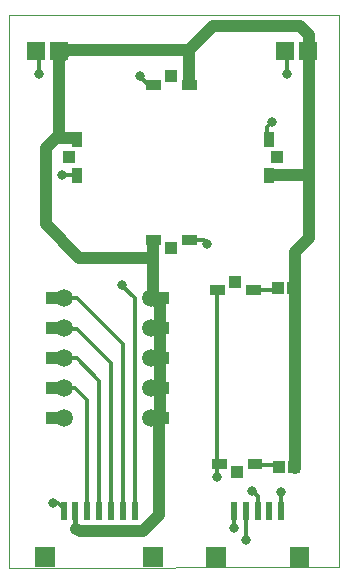
<source format=gtl>
G75*
%MOIN*%
%OFA0B0*%
%FSLAX25Y25*%
%IPPOS*%
%LPD*%
%AMOC8*
5,1,8,0,0,1.08239X$1,22.5*
%
%ADD10C,0.00394*%
%ADD11R,0.03937X0.03937*%
%ADD12R,0.03543X0.03543*%
%ADD13R,0.04331X0.04331*%
%ADD14R,0.05906X0.05906*%
%ADD15R,0.05906X0.04331*%
%ADD16R,0.02362X0.06102*%
%ADD17R,0.04724X0.07087*%
%ADD18C,0.05906*%
%ADD19C,0.01378*%
%ADD20C,0.03175*%
%ADD21C,0.01575*%
%ADD22C,0.04000*%
D10*
X0004414Y0002067D02*
X0114478Y0002130D01*
X0114478Y0186381D01*
X0004414Y0186319D01*
X0004414Y0002067D01*
D11*
X0080504Y0033948D03*
X0079887Y0097179D03*
X0058600Y0108492D03*
X0024297Y0138787D03*
X0058562Y0165772D03*
X0093775Y0138830D03*
D12*
X0091044Y0143951D03*
X0091044Y0145593D03*
X0091044Y0133720D03*
X0091044Y0132078D03*
X0065363Y0111223D03*
X0063721Y0111223D03*
X0053490Y0111223D03*
X0051848Y0111223D03*
X0073124Y0094448D03*
X0074766Y0094448D03*
X0084997Y0094448D03*
X0086639Y0094448D03*
X0087266Y0036679D03*
X0085624Y0036679D03*
X0075393Y0036679D03*
X0073752Y0036679D03*
X0027028Y0132025D03*
X0027028Y0133667D03*
X0027028Y0143898D03*
X0027028Y0145539D03*
X0051800Y0163041D03*
X0053442Y0163041D03*
X0063672Y0163041D03*
X0065314Y0163041D03*
D13*
X0094042Y0095265D03*
X0098964Y0095265D03*
X0099512Y0035425D03*
X0094589Y0035425D03*
D14*
X0096488Y0174100D03*
X0104132Y0174100D03*
X0021079Y0174100D03*
X0013514Y0174100D03*
D15*
X0019770Y0091836D03*
X0019770Y0081836D03*
X0019770Y0071836D03*
X0019770Y0061836D03*
X0019770Y0051836D03*
X0054809Y0051836D03*
X0054809Y0061836D03*
X0054809Y0071836D03*
X0054809Y0081836D03*
X0054809Y0091836D03*
D16*
X0046290Y0020882D03*
X0042353Y0020882D03*
X0038416Y0020882D03*
X0034479Y0020882D03*
X0030542Y0020882D03*
X0026605Y0020882D03*
X0022668Y0020882D03*
X0079445Y0020882D03*
X0083382Y0020882D03*
X0087319Y0020882D03*
X0091256Y0020882D03*
X0095193Y0020882D03*
D17*
X0100311Y0005626D03*
X0100311Y0005626D03*
X0102280Y0005626D03*
X0074327Y0005626D03*
X0072359Y0005626D03*
X0053376Y0005626D03*
X0051408Y0005626D03*
X0017550Y0005626D03*
X0015581Y0005626D03*
D18*
X0022720Y0051836D03*
X0022720Y0061873D03*
X0022720Y0071843D03*
X0022720Y0081834D03*
X0022720Y0091840D03*
X0051952Y0091832D03*
X0051952Y0081827D03*
X0051952Y0071836D03*
X0051952Y0061866D03*
X0051952Y0051829D03*
D19*
X0038520Y0070300D02*
X0027086Y0081734D01*
X0022157Y0081734D01*
X0022256Y0071874D02*
X0026987Y0071874D01*
X0034479Y0064383D01*
X0034479Y0022379D01*
X0038520Y0022477D02*
X0038520Y0070300D01*
X0042387Y0076487D02*
X0027009Y0091865D01*
X0022040Y0091865D01*
X0042269Y0096006D02*
X0046409Y0091866D01*
X0046409Y0022417D01*
X0042387Y0022417D02*
X0042387Y0076487D01*
X0026593Y0061817D02*
X0030536Y0057874D01*
X0030536Y0022083D01*
X0022074Y0022394D02*
X0020842Y0023626D01*
X0019130Y0023626D01*
X0022354Y0061817D02*
X0026593Y0061817D01*
X0065334Y0111210D02*
X0069325Y0111210D01*
X0070371Y0110164D01*
X0073710Y0094637D02*
X0073710Y0036177D01*
X0073791Y0036520D02*
X0073791Y0032560D01*
X0079374Y0019228D02*
X0079374Y0015837D01*
X0083406Y0019526D02*
X0083406Y0011710D01*
X0087316Y0023099D02*
X0087316Y0025765D01*
X0085858Y0027223D01*
X0087333Y0036360D02*
X0094382Y0036360D01*
X0095182Y0026651D02*
X0095182Y0022710D01*
X0093677Y0094479D02*
X0086733Y0094464D01*
X0090465Y0145981D02*
X0090465Y0148979D01*
X0091538Y0150051D01*
X0097272Y0166556D02*
X0097272Y0171864D01*
X0095332Y0173804D01*
X0051463Y0163748D02*
X0050276Y0163748D01*
X0047999Y0166025D01*
X0026370Y0132882D02*
X0022606Y0132882D01*
X0026370Y0132882D02*
X0026883Y0132369D01*
X0014345Y0166817D02*
X0014345Y0172098D01*
X0013355Y0173088D01*
D20*
X0014345Y0166487D03*
X0022147Y0132906D03*
X0047983Y0165971D03*
X0092002Y0150481D03*
X0097272Y0166477D03*
X0070514Y0110069D03*
X0042109Y0096112D03*
X0073807Y0032263D03*
X0085399Y0027590D03*
X0079374Y0015218D03*
X0083429Y0011251D03*
X0095182Y0027223D03*
X0019130Y0023626D03*
D21*
X0026591Y0018835D02*
X0026607Y0015198D01*
X0026881Y0014925D01*
D22*
X0028234Y0014113D01*
X0048978Y0014113D01*
X0054539Y0019674D01*
X0054539Y0050911D01*
X0054762Y0051606D02*
X0054762Y0089446D01*
X0052290Y0091918D01*
X0052290Y0110161D01*
X0052460Y0105387D02*
X0027930Y0105387D01*
X0016852Y0116466D01*
X0016852Y0142045D01*
X0020090Y0145283D01*
X0026222Y0145283D01*
X0021032Y0146006D02*
X0021032Y0171583D01*
X0023874Y0174425D01*
X0064403Y0174425D01*
X0072499Y0182520D01*
X0101322Y0182520D01*
X0104390Y0179452D01*
X0104390Y0111932D01*
X0099705Y0107247D01*
X0099659Y0035254D01*
X0103093Y0132962D02*
X0091927Y0132962D01*
X0064521Y0163455D02*
X0064543Y0174009D01*
X0021032Y0146006D02*
X0019896Y0144870D01*
M02*

</source>
